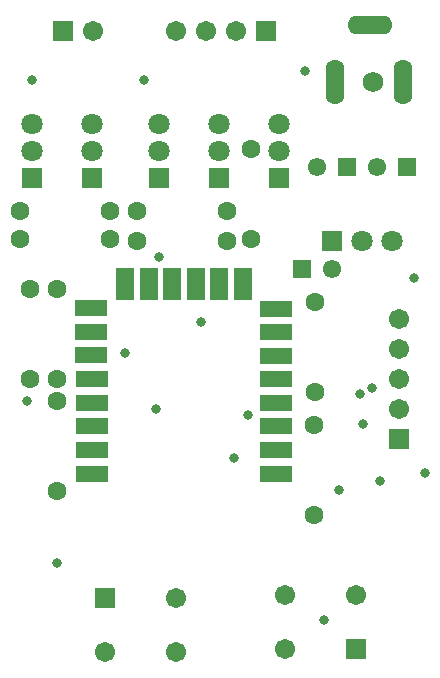
<source format=gbs>
%FSLAX25Y25*%
%MOIN*%
G70*
G01*
G75*
G04 Layer_Color=16711935*
%ADD10C,0.07874*%
%ADD11C,0.02000*%
%ADD12C,0.01200*%
%ADD13C,0.05000*%
%ADD14C,0.02500*%
%ADD15C,0.02953*%
%ADD16C,0.06299*%
%ADD17R,0.06299X0.06299*%
%ADD18R,0.05906X0.05906*%
%ADD19C,0.05906*%
%ADD20O,0.05512X0.14173*%
%ADD21O,0.14173X0.05512*%
%ADD22C,0.05315*%
%ADD23R,0.05315X0.05315*%
%ADD24R,0.06299X0.06299*%
%ADD25C,0.05512*%
%ADD26R,0.05906X0.05906*%
%ADD27R,0.10000X0.04500*%
%ADD28R,0.05500X0.10000*%
%ADD29C,0.06000*%
%ADD30C,0.02500*%
%ADD31C,0.00984*%
%ADD32C,0.00394*%
%ADD33C,0.01000*%
%ADD34C,0.00787*%
%ADD35C,0.00050*%
%ADD36C,0.00900*%
%ADD37C,0.00800*%
%ADD38C,0.00591*%
%ADD39C,0.08674*%
%ADD40C,0.07099*%
%ADD41R,0.07099X0.07099*%
%ADD42R,0.06706X0.06706*%
%ADD43C,0.06706*%
%ADD44O,0.06312X0.14973*%
%ADD45O,0.14973X0.06312*%
%ADD46C,0.06115*%
%ADD47R,0.06115X0.06115*%
%ADD48R,0.07099X0.07099*%
%ADD49C,0.06312*%
%ADD50R,0.06706X0.06706*%
%ADD51R,0.10800X0.05300*%
%ADD52R,0.06300X0.10800*%
%ADD53C,0.06800*%
%ADD54C,0.03300*%
D40*
X128500Y142500D02*
D03*
X118500D02*
D03*
X28500Y181476D02*
D03*
Y172500D02*
D03*
X8500Y181476D02*
D03*
Y172500D02*
D03*
X91000Y181476D02*
D03*
Y172500D02*
D03*
X71000Y181476D02*
D03*
Y172500D02*
D03*
X51000Y181476D02*
D03*
Y172500D02*
D03*
D41*
X108500Y142500D02*
D03*
D42*
X33000Y23500D02*
D03*
X116500Y6500D02*
D03*
X19000Y212500D02*
D03*
X86500D02*
D03*
D43*
X56500Y23500D02*
D03*
X33000Y5500D02*
D03*
X56500D02*
D03*
X93000Y6500D02*
D03*
X116500Y24500D02*
D03*
X93000D02*
D03*
X29000Y212500D02*
D03*
X76500D02*
D03*
X66500D02*
D03*
X56500D02*
D03*
X131000Y86500D02*
D03*
Y96500D02*
D03*
Y106500D02*
D03*
Y116500D02*
D03*
D44*
X132291Y195500D02*
D03*
X109457D02*
D03*
D45*
X121268Y214398D02*
D03*
D46*
X108500Y133000D02*
D03*
X103500Y167000D02*
D03*
X123500D02*
D03*
D47*
X98500Y133000D02*
D03*
X113500Y167000D02*
D03*
X133500D02*
D03*
D48*
X28500Y163524D02*
D03*
X8500D02*
D03*
X91000D02*
D03*
X71000D02*
D03*
X51000D02*
D03*
D49*
X43500Y142500D02*
D03*
X73500D02*
D03*
X43500Y152500D02*
D03*
X73500D02*
D03*
X4500Y143000D02*
D03*
X34500D02*
D03*
X4500Y152500D02*
D03*
X34500D02*
D03*
X81500Y143000D02*
D03*
Y173000D02*
D03*
X102500Y81000D02*
D03*
Y51000D02*
D03*
X17000Y96500D02*
D03*
Y126500D02*
D03*
Y89000D02*
D03*
Y59000D02*
D03*
X8000Y96500D02*
D03*
Y126500D02*
D03*
X103000Y122000D02*
D03*
Y92000D02*
D03*
D50*
X131000Y76500D02*
D03*
D51*
X89800Y112000D02*
D03*
X28300Y120000D02*
D03*
X89800Y64900D02*
D03*
Y72700D02*
D03*
Y80600D02*
D03*
Y88400D02*
D03*
Y96400D02*
D03*
Y104200D02*
D03*
Y119900D02*
D03*
X28300Y112100D02*
D03*
Y104300D02*
D03*
X28400Y96400D02*
D03*
Y88500D02*
D03*
Y80700D02*
D03*
Y72700D02*
D03*
Y64900D02*
D03*
D52*
X78800Y128100D02*
D03*
X71000D02*
D03*
X63200D02*
D03*
X55200D02*
D03*
X47400D02*
D03*
X39400D02*
D03*
D53*
X122291Y195500D02*
D03*
D54*
X80500Y84500D02*
D03*
X118000Y91500D02*
D03*
X119000Y81500D02*
D03*
X106000Y16000D02*
D03*
X7000Y89000D02*
D03*
X51000Y137000D02*
D03*
X50000Y86500D02*
D03*
X17000Y35000D02*
D03*
X99500Y199000D02*
D03*
X46000Y196000D02*
D03*
X136000Y130000D02*
D03*
X8500Y196000D02*
D03*
X65000Y115500D02*
D03*
X76000Y70000D02*
D03*
X122000Y93500D02*
D03*
X124500Y62500D02*
D03*
X139500Y65000D02*
D03*
X111000Y59500D02*
D03*
X39500Y105000D02*
D03*
M02*

</source>
